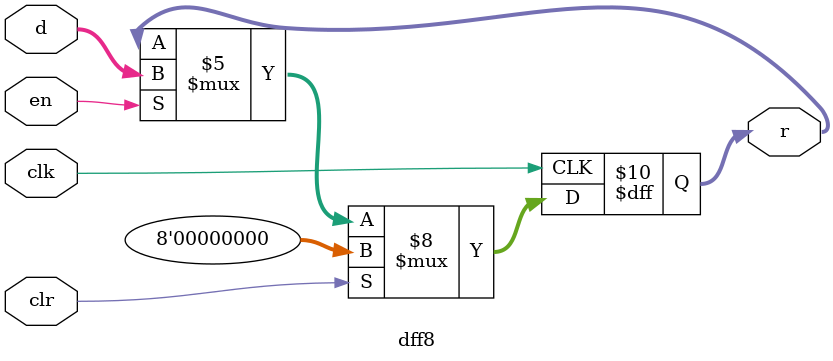
<source format=v>
`timescale 1ns / 1ps


module dff8 (
    input wire clk,
    input wire clr,
    input wire en,
    input wire [7:0]d,
    output reg [7:0]r
);

always @(posedge clk) begin
    if (clr == 1)
        r <= 0;
    else if (en == 1) 
        r <= d;
    else 
        r <= r;
end

endmodule

</source>
